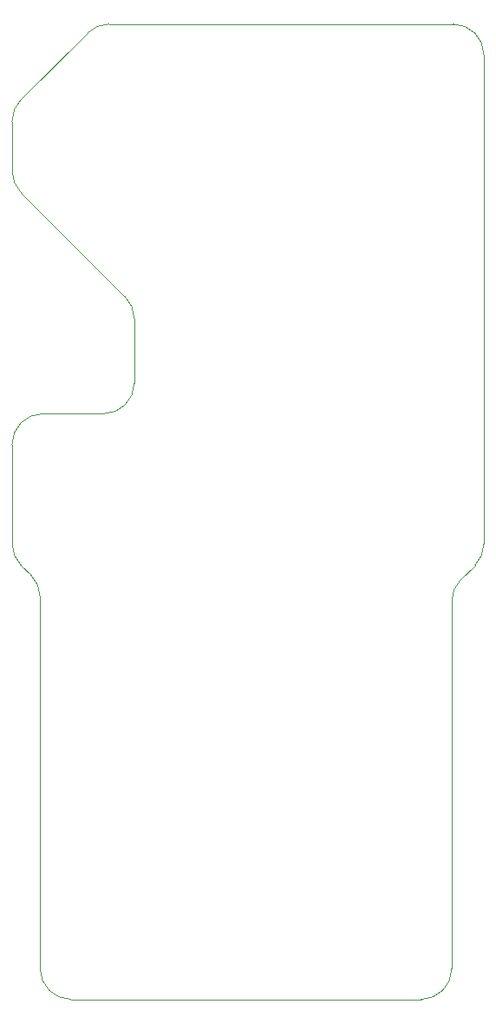
<source format=gbr>
%TF.GenerationSoftware,KiCad,Pcbnew,9.0.2*%
%TF.CreationDate,2025-06-30T11:25:16-04:00*%
%TF.ProjectId,magi_controller,6d616769-5f63-46f6-9e74-726f6c6c6572,rev?*%
%TF.SameCoordinates,Original*%
%TF.FileFunction,Profile,NP*%
%FSLAX46Y46*%
G04 Gerber Fmt 4.6, Leading zero omitted, Abs format (unit mm)*
G04 Created by KiCad (PCBNEW 9.0.2) date 2025-06-30 11:25:16*
%MOMM*%
%LPD*%
G01*
G04 APERTURE LIST*
%TA.AperFunction,Profile*%
%ADD10C,0.050000*%
%TD*%
G04 APERTURE END LIST*
D10*
X208410000Y-90772641D02*
G75*
G02*
X209288659Y-88651301I3000000J41D01*
G01*
X208410000Y-126580000D02*
G75*
G02*
X205410000Y-129580000I-3000000J0D01*
G01*
X177410000Y-69490000D02*
G75*
G02*
X174410000Y-72490000I-3000000J0D01*
G01*
X211550000Y-85147359D02*
G75*
G02*
X210671340Y-87268700I-3000000J-41D01*
G01*
X171220000Y-129580000D02*
G75*
G02*
X168220000Y-126580000I0J3000000D01*
G01*
X167341321Y-88251321D02*
G75*
G02*
X168219971Y-90372641I-2121321J-2121279D01*
G01*
X166358680Y-50928680D02*
G75*
G02*
X165480029Y-48807359I2121320J2121280D01*
G01*
X176531321Y-61101321D02*
G75*
G02*
X177409971Y-63222641I-2121321J-2121279D01*
G01*
X165480000Y-43972641D02*
G75*
G02*
X166358659Y-41851301I3000000J41D01*
G01*
X165480000Y-75490000D02*
G75*
G02*
X168480000Y-72490000I3000000J0D01*
G01*
X166358680Y-87268680D02*
G75*
G02*
X165480029Y-85147359I2121320J2121280D01*
G01*
X208550000Y-34510000D02*
G75*
G02*
X211550000Y-37510000I0J-3000000D01*
G01*
X172821320Y-35388680D02*
G75*
G02*
X174942641Y-34510029I2121280J-2121320D01*
G01*
X208550000Y-34510000D02*
X174942641Y-34510000D01*
X172821320Y-35388680D02*
X166358679Y-41851321D01*
X166358680Y-50928680D02*
X176531321Y-61101321D01*
X168220000Y-90372641D02*
X168220000Y-126580000D01*
X166358680Y-87268680D02*
X167341321Y-88251321D01*
X211550000Y-37510000D02*
X211550000Y-85147359D01*
X177410000Y-63222641D02*
X177410000Y-69490000D01*
X171220000Y-129580000D02*
X205410000Y-129580000D01*
X208410000Y-126580000D02*
X208410000Y-90772641D01*
X174410000Y-72490000D02*
X168480000Y-72490000D01*
X165480000Y-43972641D02*
X165480000Y-48807359D01*
X210671320Y-87268680D02*
X209288679Y-88651321D01*
X165480000Y-75490000D02*
X165480000Y-85147359D01*
M02*

</source>
